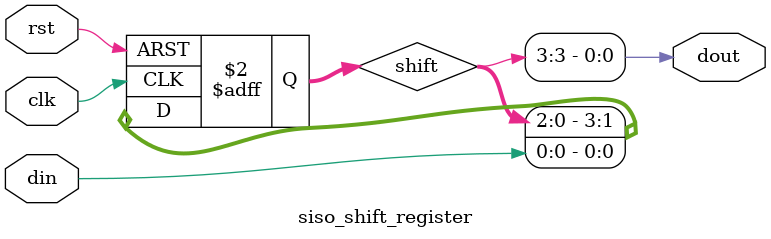
<source format=v>
`timescale 1ns / 1ps


module siso_shift_register (
    input clk,
    input rst,
    input din,
    output dout
);
    reg [3:0] shift;

    always @(posedge clk or posedge rst) begin
        if (rst)
            shift <= 4'b0000;
        else
            shift <= {shift[2:0], din};
    end

    assign dout = shift[3];
endmodule


</source>
